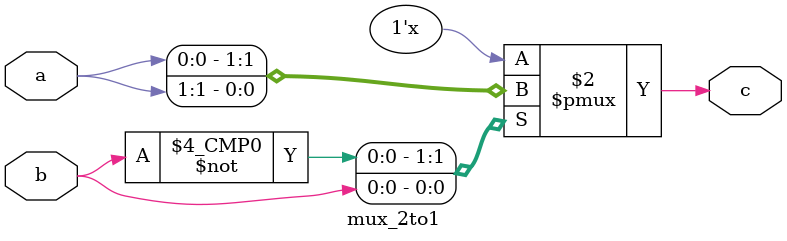
<source format=sv>

`ifndef MUX_2TO1
`define MUX_2TO1

module mux_2to1(a, b, c);
   //
   // ---------------- PORT DEFINITIONS ----------------
   //
   // ADD YOUR MODULE INPUTS AND OUTPUTS HERE
   input [1:0] a;
   input b;
   output reg c;

   always@ (a, b, c)
   begin 

      case (b)
         1'b0 : c = a[0];
         1'b1 : c = a[1];
         default: begin
            c = 0;
         end
      endcase
   end
endmodule




   //
   // ---------------- MODULE DESIGN IMPLEMENTATION ----------------
   //




`endif // MUX_2TO1
</source>
